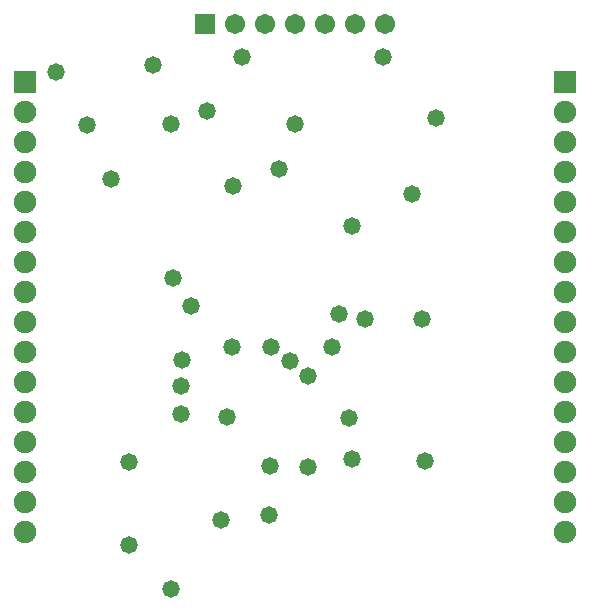
<source format=gbs>
%FSLAX43Y43*%
%MOMM*%
G71*
G01*
G75*
G04 Layer_Color=16711935*
%ADD10R,1.500X1.400*%
%ADD11R,1.600X0.600*%
%ADD12R,0.600X1.600*%
%ADD13R,1.400X1.500*%
%ADD14O,2.000X0.350*%
%ADD15O,0.350X2.000*%
%ADD16C,0.300*%
%ADD17C,0.500*%
%ADD18R,1.700X1.700*%
%ADD19C,1.700*%
%ADD20C,1.500*%
%ADD21R,1.500X1.500*%
%ADD22C,1.270*%
%ADD23C,0.250*%
%ADD24C,0.600*%
%ADD25C,0.200*%
%ADD26C,0.254*%
%ADD27R,1.703X1.603*%
%ADD28R,1.803X0.803*%
%ADD29R,0.803X1.803*%
%ADD30R,1.603X1.703*%
%ADD31O,2.203X0.553*%
%ADD32O,0.553X2.203*%
%ADD33R,1.903X1.903*%
%ADD34C,1.903*%
%ADD35C,1.703*%
%ADD36R,1.703X1.703*%
%ADD37C,1.473*%
D33*
X2140Y44050D02*
D03*
X47860D02*
D03*
D34*
X2140Y41510D02*
D03*
Y38970D02*
D03*
Y36430D02*
D03*
Y33890D02*
D03*
Y31350D02*
D03*
Y28810D02*
D03*
Y26270D02*
D03*
Y23730D02*
D03*
Y21190D02*
D03*
Y18650D02*
D03*
Y16110D02*
D03*
Y13570D02*
D03*
Y11030D02*
D03*
Y8490D02*
D03*
Y5950D02*
D03*
X47860Y41510D02*
D03*
Y38970D02*
D03*
Y36430D02*
D03*
Y33890D02*
D03*
Y31350D02*
D03*
Y28810D02*
D03*
Y26270D02*
D03*
Y23730D02*
D03*
Y21190D02*
D03*
Y18650D02*
D03*
Y16110D02*
D03*
Y13570D02*
D03*
Y11030D02*
D03*
Y8490D02*
D03*
Y5950D02*
D03*
D35*
X32620Y48910D02*
D03*
X30080D02*
D03*
X27540D02*
D03*
X25000D02*
D03*
X19920D02*
D03*
X22460D02*
D03*
D36*
X17380D02*
D03*
D37*
X26090Y11440D02*
D03*
X28110Y21600D02*
D03*
X28700Y24350D02*
D03*
X24570Y20400D02*
D03*
X19620Y21600D02*
D03*
X34900Y34540D02*
D03*
X36000Y11950D02*
D03*
X14440Y1130D02*
D03*
X22930Y21580D02*
D03*
X22840Y11510D02*
D03*
X19190Y15710D02*
D03*
X26050Y19160D02*
D03*
X29510Y15550D02*
D03*
X19690Y35200D02*
D03*
X10950Y11870D02*
D03*
X17500Y41570D02*
D03*
X24970Y40490D02*
D03*
X9360Y35860D02*
D03*
X14620Y27470D02*
D03*
X36910Y40980D02*
D03*
X10930Y4790D02*
D03*
X29760Y12120D02*
D03*
X32450Y46180D02*
D03*
X20460D02*
D03*
X22770Y7370D02*
D03*
X29820Y31810D02*
D03*
X23580Y36700D02*
D03*
X14480Y40450D02*
D03*
X4780Y44900D02*
D03*
X7350Y40360D02*
D03*
X15360Y15960D02*
D03*
X12920Y45470D02*
D03*
X15340Y18330D02*
D03*
X15380Y20460D02*
D03*
X16140Y25090D02*
D03*
X35750Y24000D02*
D03*
X30880Y23990D02*
D03*
X18720Y6970D02*
D03*
M02*

</source>
